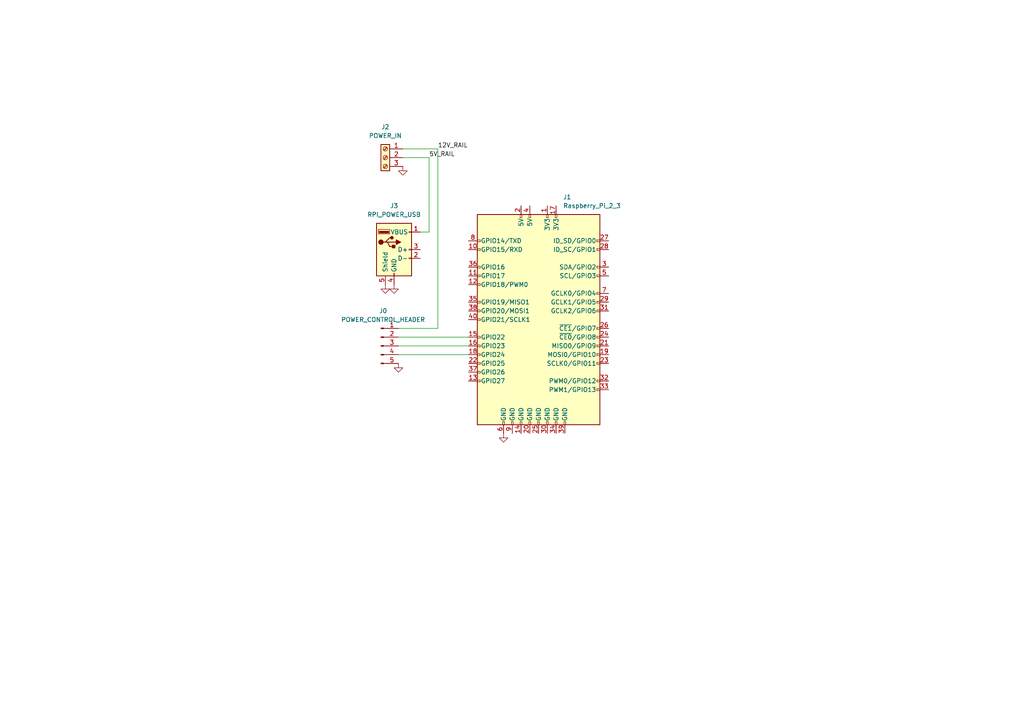
<source format=kicad_sch>
(kicad_sch (version 20211123) (generator eeschema)
  (paper "A4")
  (lib_symbols
    (symbol "Connector:Conn_01x05_Male" (pin_names (offset 1.016) hide)
      (property "Reference" "J" (at 0 7.62 0))
      (property "Value" "Conn_01x05_Male" (at 0 -7.62 0))
      (symbol "Conn_01x05_Male_1_1"
        (polyline (pts (xy 1.27 -5.08) (xy 0.8636 -5.08)) (stroke (width 0.1524)))
        (polyline (pts (xy 1.27 -2.54) (xy 0.8636 -2.54)) (stroke (width 0.1524)))
        (polyline (pts (xy 1.27 0) (xy 0.8636 0)) (stroke (width 0.1524)))
        (polyline (pts (xy 1.27 2.54) (xy 0.8636 2.54)) (stroke (width 0.1524)))
        (polyline (pts (xy 1.27 5.08) (xy 0.8636 5.08)) (stroke (width 0.1524)))
        (rectangle (start 0.8636 -4.953) (end 0 -5.207) (stroke (width 0.1524)) (fill (type outline)))
        (rectangle (start 0.8636 -2.413) (end 0 -2.667) (stroke (width 0.1524)) (fill (type outline)))
        (rectangle (start 0.8636 0.127) (end 0 -0.127) (stroke (width 0.1524)) (fill (type outline)))
        (rectangle (start 0.8636 2.667) (end 0 2.413) (stroke (width 0.1524)) (fill (type outline)))
        (rectangle (start 0.8636 5.207) (end 0 4.953) (stroke (width 0.1524)) (fill (type outline)))
        (pin passive line (at 5.08 5.08 180) (length 3.81) (name "Pin_1") (number "1"))
        (pin passive line (at 5.08 2.54 180) (length 3.81) (name "Pin_2") (number "2"))
        (pin passive line (at 5.08 0 180) (length 3.81) (name "Pin_3") (number "3"))
        (pin passive line (at 5.08 -2.54 180) (length 3.81) (name "Pin_4") (number "4"))
        (pin passive line (at 5.08 -5.08 180) (length 3.81) (name "Pin_5") (number "5"))
      )
    )
    (symbol "Connector:Raspberry_Pi_2_3" (pin_names (offset 1.016))
      (property "Reference" "J" (at -17.78 31.75 0))
      (property "Value" "Raspberry_Pi_2_3" (at 10.16 -31.75 0))
      (symbol "Raspberry_Pi_2_3_0_1"
        (rectangle (start -17.78 30.48) (end 17.78 -30.48) (stroke (width 0.254)) (fill (type background)))
      )
      (symbol "Raspberry_Pi_2_3_1_1"
        (rectangle (start -16.891 -17.526) (end -17.78 -18.034))
        (rectangle (start -16.891 -14.986) (end -17.78 -15.494))
        (rectangle (start -16.891 -12.446) (end -17.78 -12.954))
        (rectangle (start -16.891 -9.906) (end -17.78 -10.414))
        (rectangle (start -16.891 -7.366) (end -17.78 -7.874))
        (rectangle (start -16.891 -4.826) (end -17.78 -5.334))
        (rectangle (start -16.891 0.254) (end -17.78 -0.254))
        (rectangle (start -16.891 2.794) (end -17.78 2.286))
        (rectangle (start -16.891 5.334) (end -17.78 4.826))
        (rectangle (start -16.891 10.414) (end -17.78 9.906))
        (rectangle (start -16.891 12.954) (end -17.78 12.446))
        (rectangle (start -16.891 15.494) (end -17.78 14.986))
        (rectangle (start -16.891 20.574) (end -17.78 20.066))
        (rectangle (start -16.891 23.114) (end -17.78 22.606))
        (rectangle (start -10.414 -29.591) (end -9.906 -30.48))
        (rectangle (start -7.874 -29.591) (end -7.366 -30.48))
        (rectangle (start -5.334 -29.591) (end -4.826 -30.48))
        (rectangle (start -5.334 30.48) (end -4.826 29.591))
        (rectangle (start -2.794 -29.591) (end -2.286 -30.48))
        (rectangle (start -2.794 30.48) (end -2.286 29.591))
        (rectangle (start -0.254 -29.591) (end 0.254 -30.48))
        (rectangle (start 2.286 -29.591) (end 2.794 -30.48))
        (rectangle (start 2.286 30.48) (end 2.794 29.591))
        (rectangle (start 4.826 -29.591) (end 5.334 -30.48))
        (rectangle (start 4.826 30.48) (end 5.334 29.591))
        (rectangle (start 7.366 -29.591) (end 7.874 -30.48))
        (rectangle (start 17.78 -20.066) (end 16.891 -20.574))
        (rectangle (start 17.78 -17.526) (end 16.891 -18.034))
        (rectangle (start 17.78 -12.446) (end 16.891 -12.954))
        (rectangle (start 17.78 -9.906) (end 16.891 -10.414))
        (rectangle (start 17.78 -7.366) (end 16.891 -7.874))
        (rectangle (start 17.78 -4.826) (end 16.891 -5.334))
        (rectangle (start 17.78 -2.286) (end 16.891 -2.794))
        (rectangle (start 17.78 2.794) (end 16.891 2.286))
        (rectangle (start 17.78 5.334) (end 16.891 4.826))
        (rectangle (start 17.78 7.874) (end 16.891 7.366))
        (rectangle (start 17.78 12.954) (end 16.891 12.446))
        (rectangle (start 17.78 15.494) (end 16.891 14.986))
        (rectangle (start 17.78 20.574) (end 16.891 20.066))
        (rectangle (start 17.78 23.114) (end 16.891 22.606))
        (pin power_in line (at 2.54 33.02 270) (length 2.54) (name "3V3") (number "1"))
        (pin bidirectional line (at -20.32 20.32 0) (length 2.54) (name "GPIO15/RXD") (number "10"))
        (pin bidirectional line (at -20.32 12.7 0) (length 2.54) (name "GPIO17") (number "11"))
        (pin bidirectional line (at -20.32 10.16 0) (length 2.54) (name "GPIO18/PWM0") (number "12"))
        (pin bidirectional line (at -20.32 -17.78 0) (length 2.54) (name "GPIO27") (number "13"))
        (pin power_in line (at -5.08 -33.02 90) (length 2.54) (name "GND") (number "14"))
        (pin bidirectional line (at -20.32 -5.08 0) (length 2.54) (name "GPIO22") (number "15"))
        (pin bidirectional line (at -20.32 -7.62 0) (length 2.54) (name "GPIO23") (number "16"))
        (pin power_in line (at 5.08 33.02 270) (length 2.54) (name "3V3") (number "17"))
        (pin bidirectional line (at -20.32 -10.16 0) (length 2.54) (name "GPIO24") (number "18"))
        (pin bidirectional line (at 20.32 -10.16 180) (length 2.54) (name "MOSI0/GPIO10") (number "19"))
        (pin power_in line (at -5.08 33.02 270) (length 2.54) (name "5V") (number "2"))
        (pin power_in line (at -2.54 -33.02 90) (length 2.54) (name "GND") (number "20"))
        (pin bidirectional line (at 20.32 -7.62 180) (length 2.54) (name "MISO0/GPIO9") (number "21"))
        (pin bidirectional line (at -20.32 -12.7 0) (length 2.54) (name "GPIO25") (number "22"))
        (pin bidirectional line (at 20.32 -12.7 180) (length 2.54) (name "SCLK0/GPIO11") (number "23"))
        (pin bidirectional line (at 20.32 -5.08 180) (length 2.54) (name "~{CE0}/GPIO8") (number "24"))
        (pin power_in line (at 0 -33.02 90) (length 2.54) (name "GND") (number "25"))
        (pin bidirectional line (at 20.32 -2.54 180) (length 2.54) (name "~{CE1}/GPIO7") (number "26"))
        (pin bidirectional line (at 20.32 22.86 180) (length 2.54) (name "ID_SD/GPIO0") (number "27"))
        (pin bidirectional line (at 20.32 20.32 180) (length 2.54) (name "ID_SC/GPIO1") (number "28"))
        (pin bidirectional line (at 20.32 5.08 180) (length 2.54) (name "GCLK1/GPIO5") (number "29"))
        (pin bidirectional line (at 20.32 15.24 180) (length 2.54) (name "SDA/GPIO2") (number "3"))
        (pin power_in line (at 2.54 -33.02 90) (length 2.54) (name "GND") (number "30"))
        (pin bidirectional line (at 20.32 2.54 180) (length 2.54) (name "GCLK2/GPIO6") (number "31"))
        (pin bidirectional line (at 20.32 -17.78 180) (length 2.54) (name "PWM0/GPIO12") (number "32"))
        (pin bidirectional line (at 20.32 -20.32 180) (length 2.54) (name "PWM1/GPIO13") (number "33"))
        (pin power_in line (at 5.08 -33.02 90) (length 2.54) (name "GND") (number "34"))
        (pin bidirectional line (at -20.32 5.08 0) (length 2.54) (name "GPIO19/MISO1") (number "35"))
        (pin bidirectional line (at -20.32 15.24 0) (length 2.54) (name "GPIO16") (number "36"))
        (pin bidirectional line (at -20.32 -15.24 0) (length 2.54) (name "GPIO26") (number "37"))
        (pin bidirectional line (at -20.32 2.54 0) (length 2.54) (name "GPIO20/MOSI1") (number "38"))
        (pin power_in line (at 7.62 -33.02 90) (length 2.54) (name "GND") (number "39"))
        (pin power_in line (at -2.54 33.02 270) (length 2.54) (name "5V") (number "4"))
        (pin bidirectional line (at -20.32 0 0) (length 2.54) (name "GPIO21/SCLK1") (number "40"))
        (pin bidirectional line (at 20.32 12.7 180) (length 2.54) (name "SCL/GPIO3") (number "5"))
        (pin power_in line (at -10.16 -33.02 90) (length 2.54) (name "GND") (number "6"))
        (pin bidirectional line (at 20.32 7.62 180) (length 2.54) (name "GCLK0/GPIO4") (number "7"))
        (pin bidirectional line (at -20.32 22.86 0) (length 2.54) (name "GPIO14/TXD") (number "8"))
        (pin power_in line (at -7.62 -33.02 90) (length 2.54) (name "GND") (number "9"))
      )
    )
    (symbol "Connector:Screw_Terminal_01x03" (pin_names (offset 1.016) hide)
      (property "Reference" "J" (at 0 5.08 0))
      (property "Value" "Screw_Terminal_01x03" (at 0 -5.08 0))
      (symbol "Screw_Terminal_01x03_1_1"
        (rectangle (start -1.27 3.81) (end 1.27 -3.81) (stroke (width 0.254)) (fill (type background)))
        (circle (center 0 -2.54) (radius 0.635) (stroke (width 0.1524)))
        (polyline (pts (xy -0.5334 -2.2098) (xy 0.3302 -3.048)) (stroke (width 0.1524)))
        (polyline (pts (xy -0.5334 0.3302) (xy 0.3302 -0.508)) (stroke (width 0.1524)))
        (polyline (pts (xy -0.5334 2.8702) (xy 0.3302 2.032)) (stroke (width 0.1524)))
        (polyline (pts (xy -0.3556 -2.032) (xy 0.508 -2.8702)) (stroke (width 0.1524)))
        (polyline (pts (xy -0.3556 0.508) (xy 0.508 -0.3302)) (stroke (width 0.1524)))
        (polyline (pts (xy -0.3556 3.048) (xy 0.508 2.2098)) (stroke (width 0.1524)))
        (circle (center 0 0) (radius 0.635) (stroke (width 0.1524)))
        (circle (center 0 2.54) (radius 0.635) (stroke (width 0.1524)))
        (pin passive line (at -5.08 2.54 0) (length 3.81) (name "Pin_1") (number "1"))
        (pin passive line (at -5.08 0 0) (length 3.81) (name "Pin_2") (number "2"))
        (pin passive line (at -5.08 -2.54 0) (length 3.81) (name "Pin_3") (number "3"))
      )
    )
    (symbol "Connector:USB_A" (pin_names (offset 1.016))
      (property "Reference" "J" (at -5.08 11.43 0))
      (property "Value" "USB_A" (at -5.08 8.89 0))
      (symbol "USB_A_0_1"
        (rectangle (start -5.08 -7.62) (end 5.08 7.62) (stroke (width 0.254)) (fill (type background)))
        (circle (center -3.81 2.159) (radius 0.635) (stroke (width 0.254)) (fill (type outline)))
        (rectangle (start -1.524 4.826) (end -4.318 5.334) (fill (type outline)))
        (rectangle (start -1.27 4.572) (end -4.572 5.842))
        (circle (center -0.635 3.429) (radius 0.381) (stroke (width 0.254)) (fill (type outline)))
        (rectangle (start -0.127 -7.62) (end 0.127 -6.858))
        (polyline (pts (xy -3.175 2.159) (xy -2.54 2.159) (xy -1.27 3.429) (xy -0.635 3.429)) (stroke (width 0.254)))
        (polyline (pts (xy -2.54 2.159) (xy -1.905 2.159) (xy -1.27 0.889) (xy 0 0.889)) (stroke (width 0.254)))
        (polyline (pts (xy 0.635 2.794) (xy 0.635 1.524) (xy 1.905 2.159) (xy 0.635 2.794)) (stroke (width 0.254)) (fill (type outline)))
        (rectangle (start 0.254 1.27) (end -0.508 0.508) (stroke (width 0.254)) (fill (type outline)))
        (rectangle (start 5.08 -2.667) (end 4.318 -2.413))
        (rectangle (start 5.08 -0.127) (end 4.318 0.127))
        (rectangle (start 5.08 4.953) (end 4.318 5.207))
      )
      (symbol "USB_A_1_1"
        (polyline (pts (xy -1.905 2.159) (xy 0.635 2.159)) (stroke (width 0.254)))
        (pin power_in line (at 7.62 5.08 180) (length 2.54) (name "VBUS") (number "1"))
        (pin bidirectional line (at 7.62 -2.54 180) (length 2.54) (name "D-") (number "2"))
        (pin bidirectional line (at 7.62 0 180) (length 2.54) (name "D+") (number "3"))
        (pin power_in line (at 0 -10.16 90) (length 2.54) (name "GND") (number "4"))
        (pin passive line (at -2.54 -10.16 90) (length 2.54) (name "Shield") (number "5"))
      )
    )
    (symbol "power:GND" (power) (pin_names (offset 0))
      (property "Value" "GND" (at 0 -3.81 0))
      (symbol "GND_0_1"
        (polyline (pts (xy 0 0) (xy 0 -1.27) (xy 1.27 -1.27) (xy 0 -2.54) (xy -1.27 -1.27) (xy 0 -1.27)))
      )
      (symbol "GND_1_1"
        (pin power_in line (at 0 0 270) (length 0) hide (name "GND") (number "1"))
      )
    )
  )
  (wire (pts (xy 124.46 67.31) (xy 121.92 67.31)))
  (wire (pts (xy 115.57 100.33) (xy 135.89 100.33)))
  (wire (pts (xy 127 95.25) (xy 127 43.18)))
  (wire (pts (xy 116.84 43.18) (xy 127 43.18)))
  (wire (pts (xy 127 95.25) (xy 115.57 95.25)))
  (wire (pts (xy 116.84 45.72) (xy 124.46 45.72)))
  (wire (pts (xy 115.57 102.87) (xy 135.89 102.87)))
  (wire (pts (xy 124.46 45.72) (xy 124.46 67.31)))
  (wire (pts (xy 115.57 97.79) (xy 135.89 97.79)))
  (label "12V_RAIL" (at 127 43.18 0))
  (label "5V_RAIL" (at 124.46 45.72 0))
  (symbol (lib_id "power:GND") (at 111.76 82.55 0) (unit 1)
    (property "Reference" "#PWR0104" (effects hide))
    (property "Value" "GND" (effects hide))
  )
  (symbol (lib_id "power:GND") (at 114.3 82.55 0) (unit 1)
    (property "Reference" "#PWR0105" (effects hide))
    (property "Value" "GND" (effects hide))
  )
  (symbol (lib_id "Connector:Raspberry_Pi_2_3") (at 156.21 92.71 0) (unit 1)
    (property "Reference" "J1" (at 163.3094 57.15 0) (effects (justify left)))
    (property "Value" "Raspberry_Pi_2_3" (at 163.3094 59.69 0) (effects (justify left)))
    (property "Footprint" "Connector_PinHeader_2.54mm:PinHeader_2x20_P2.54mm_Vertical" (effects hide))
    (property "Datasheet" "https://www.raspberrypi.org/documentation/hardware/raspberrypi/schematics/rpi_SCH_3bplus_1p0_reduced.pdf" (effects hide))
  )
  (symbol (lib_id "Connector:USB_A") (at 114.3 72.39 0) (unit 1)
    (property "Reference" "J3" (at 114.3 59.69 0))
    (property "Value" "RPI_POWER_USB" (at 114.3 62.23 0))
    (property "Footprint" "Connector_USB:USB_A_Molex_67643_Horizontal" (effects hide))
    (property "Datasheet" " ~" (effects hide))
  )
  (symbol (lib_id "power:GND") (at 146.05 125.73 0) (unit 1)
    (property "Reference" "#PWR0103" (effects hide))
    (property "Value" "GND" (effects hide))
  )
  (symbol (lib_id "power:GND") (at 116.84 48.26 0) (unit 1)
    (property "Reference" "#PWR0101" (effects hide))
    (property "Value" "GND" (effects hide))
  )
  (symbol (lib_id "power:GND") (at 115.57 105.41 0) (unit 1)
    (property "Reference" "#PWR0102" (effects hide))
    (property "Value" "GND" (effects hide))
  )
  (symbol (lib_id "Connector:Conn_01x05_Male") (at 110.49 100.33 0) (unit 1)
    (property "Reference" "J0" (at 111.125 90.17 0))
    (property "Value" "POWER_CONTROL_HEADER" (at 111.125 92.71 0))
    (property "Footprint" "Connector_PinHeader_2.54mm:PinHeader_1x05_P2.54mm_Vertical" (effects hide))
  )
  (symbol (lib_id "Connector:Screw_Terminal_01x03") (at 111.76 45.72 0) (mirror y) (unit 1)
    (property "Reference" "J2" (at 111.76 36.83 0))
    (property "Value" "POWER_IN" (at 111.76 39.37 0))
    (property "Footprint" "TerminalBlock:TerminalBlock_Altech_AK300-3_P5.00mm" (effects hide))
  )
)
</source>
